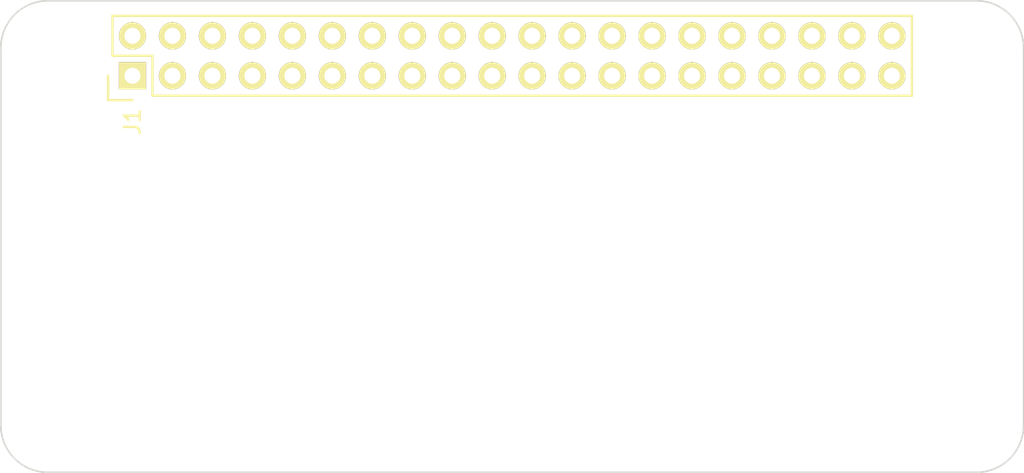
<source format=kicad_pcb>
(kicad_pcb (version 4) (host pcbnew 4.0.4-1.fc25-product)

  (general
    (links 0)
    (no_connects 0)
    (area 86.999999 68.299999 152.100001 98.400001)
    (thickness 1.6)
    (drawings 9)
    (tracks 0)
    (zones 0)
    (modules 5)
    (nets 41)
  )

  (page USLetter)
  (layers
    (0 F.Cu signal)
    (31 B.Cu signal)
    (32 B.Adhes user)
    (33 F.Adhes user)
    (34 B.Paste user)
    (35 F.Paste user)
    (36 B.SilkS user)
    (37 F.SilkS user)
    (38 B.Mask user)
    (39 F.Mask user)
    (40 Dwgs.User user)
    (41 Cmts.User user)
    (42 Eco1.User user)
    (43 Eco2.User user)
    (44 Edge.Cuts user)
    (45 Margin user)
    (46 B.CrtYd user)
    (47 F.CrtYd user)
    (48 B.Fab user)
    (49 F.Fab user)
  )

  (setup
    (last_trace_width 0.25)
    (user_trace_width 0.01)
    (user_trace_width 0.02)
    (user_trace_width 0.05)
    (user_trace_width 0.1)
    (user_trace_width 0.2)
    (trace_clearance 0.2)
    (zone_clearance 0.508)
    (zone_45_only no)
    (trace_min 0.01)
    (segment_width 0.2)
    (edge_width 0.2)
    (via_size 0.6)
    (via_drill 0.4)
    (via_min_size 0.4)
    (via_min_drill 0.3)
    (uvia_size 0.3)
    (uvia_drill 0.1)
    (uvias_allowed no)
    (uvia_min_size 0.2)
    (uvia_min_drill 0.1)
    (pcb_text_width 0.3)
    (pcb_text_size 1.5 1.5)
    (mod_edge_width 0.15)
    (mod_text_size 1 1)
    (mod_text_width 0.15)
    (pad_size 2.75 2.75)
    (pad_drill 2.75)
    (pad_to_mask_clearance 0)
    (aux_axis_origin 0 0)
    (visible_elements 7FFFFFFF)
    (pcbplotparams
      (layerselection 0x00030_80000001)
      (usegerberextensions false)
      (excludeedgelayer true)
      (linewidth 0.100000)
      (plotframeref false)
      (viasonmask false)
      (mode 1)
      (useauxorigin false)
      (hpglpennumber 1)
      (hpglpenspeed 20)
      (hpglpendiameter 15)
      (hpglpenoverlay 2)
      (psnegative false)
      (psa4output false)
      (plotreference true)
      (plotvalue true)
      (plotinvisibletext false)
      (padsonsilk false)
      (subtractmaskfromsilk false)
      (outputformat 1)
      (mirror false)
      (drillshape 0)
      (scaleselection 1)
      (outputdirectory meta/))
  )

  (net 0 "")
  (net 1 "Net-(J1-Pad34)")
  (net 2 "Net-(J1-Pad36)")
  (net 3 "Net-(J1-Pad40)")
  (net 4 "Net-(J1-Pad38)")
  (net 5 "Net-(J1-Pad18)")
  (net 6 "Net-(J1-Pad20)")
  (net 7 "Net-(J1-Pad24)")
  (net 8 "Net-(J1-Pad22)")
  (net 9 "Net-(J1-Pad30)")
  (net 10 "Net-(J1-Pad32)")
  (net 11 "Net-(J1-Pad28)")
  (net 12 "Net-(J1-Pad26)")
  (net 13 "Net-(J1-Pad10)")
  (net 14 "Net-(J1-Pad12)")
  (net 15 "Net-(J1-Pad16)")
  (net 16 "Net-(J1-Pad14)")
  (net 17 "Net-(J1-Pad6)")
  (net 18 "Net-(J1-Pad8)")
  (net 19 "Net-(J1-Pad4)")
  (net 20 "Net-(J1-Pad2)")
  (net 21 "Net-(J1-Pad39)")
  (net 22 "Net-(J1-Pad37)")
  (net 23 "Net-(J1-Pad33)")
  (net 24 "Net-(J1-Pad35)")
  (net 25 "Net-(J1-Pad27)")
  (net 26 "Net-(J1-Pad25)")
  (net 27 "Net-(J1-Pad29)")
  (net 28 "Net-(J1-Pad31)")
  (net 29 "Net-(J1-Pad23)")
  (net 30 "Net-(J1-Pad21)")
  (net 31 "Net-(J1-Pad17)")
  (net 32 "Net-(J1-Pad19)")
  (net 33 "Net-(J1-Pad3)")
  (net 34 "Net-(J1-Pad1)")
  (net 35 "Net-(J1-Pad5)")
  (net 36 "Net-(J1-Pad7)")
  (net 37 "Net-(J1-Pad15)")
  (net 38 "Net-(J1-Pad13)")
  (net 39 "Net-(J1-Pad9)")
  (net 40 "Net-(J1-Pad11)")

  (net_class Default "This is the default net class."
    (clearance 0.2)
    (trace_width 0.25)
    (via_dia 0.6)
    (via_drill 0.4)
    (uvia_dia 0.3)
    (uvia_drill 0.1)
    (add_net "Net-(J1-Pad1)")
    (add_net "Net-(J1-Pad10)")
    (add_net "Net-(J1-Pad11)")
    (add_net "Net-(J1-Pad12)")
    (add_net "Net-(J1-Pad13)")
    (add_net "Net-(J1-Pad14)")
    (add_net "Net-(J1-Pad15)")
    (add_net "Net-(J1-Pad16)")
    (add_net "Net-(J1-Pad17)")
    (add_net "Net-(J1-Pad18)")
    (add_net "Net-(J1-Pad19)")
    (add_net "Net-(J1-Pad2)")
    (add_net "Net-(J1-Pad20)")
    (add_net "Net-(J1-Pad21)")
    (add_net "Net-(J1-Pad22)")
    (add_net "Net-(J1-Pad23)")
    (add_net "Net-(J1-Pad24)")
    (add_net "Net-(J1-Pad25)")
    (add_net "Net-(J1-Pad26)")
    (add_net "Net-(J1-Pad27)")
    (add_net "Net-(J1-Pad28)")
    (add_net "Net-(J1-Pad29)")
    (add_net "Net-(J1-Pad3)")
    (add_net "Net-(J1-Pad30)")
    (add_net "Net-(J1-Pad31)")
    (add_net "Net-(J1-Pad32)")
    (add_net "Net-(J1-Pad33)")
    (add_net "Net-(J1-Pad34)")
    (add_net "Net-(J1-Pad35)")
    (add_net "Net-(J1-Pad36)")
    (add_net "Net-(J1-Pad37)")
    (add_net "Net-(J1-Pad38)")
    (add_net "Net-(J1-Pad39)")
    (add_net "Net-(J1-Pad4)")
    (add_net "Net-(J1-Pad40)")
    (add_net "Net-(J1-Pad5)")
    (add_net "Net-(J1-Pad6)")
    (add_net "Net-(J1-Pad7)")
    (add_net "Net-(J1-Pad8)")
    (add_net "Net-(J1-Pad9)")
  )

  (module RPi_Hat:Pin_Header_Straight_2x20 locked (layer F.Cu) (tedit 588821EE) (tstamp 5516AEA0)
    (at 119.55 71.85 90)
    (descr "Through hole pin header")
    (tags "pin header")
    (path /5515D395/5516AE26)
    (fp_text reference J1 (at -4.191 -24.13 270) (layer F.SilkS)
      (effects (font (size 1 1) (thickness 0.15)))
    )
    (fp_text value RPi_GPIO (at -1.27 -27.23 90) (layer F.Fab) hide
      (effects (font (size 1 1) (thickness 0.15)))
    )
    (fp_line (start -3.02 -25.88) (end -3.02 25.92) (layer F.CrtYd) (width 0.05))
    (fp_line (start 3.03 -25.88) (end 3.03 25.92) (layer F.CrtYd) (width 0.05))
    (fp_line (start -3.02 -25.88) (end 3.03 -25.88) (layer F.CrtYd) (width 0.05))
    (fp_line (start -3.02 25.92) (end 3.03 25.92) (layer F.CrtYd) (width 0.05))
    (fp_line (start 2.54 25.4) (end 2.54 -25.4) (layer F.SilkS) (width 0.15))
    (fp_line (start -2.54 -22.86) (end -2.54 25.4) (layer F.SilkS) (width 0.15))
    (fp_line (start 2.54 25.4) (end -2.54 25.4) (layer F.SilkS) (width 0.15))
    (fp_line (start 2.54 -25.4) (end 0 -25.4) (layer F.SilkS) (width 0.15))
    (fp_line (start -1.27 -25.68) (end -2.82 -25.68) (layer F.SilkS) (width 0.15))
    (fp_line (start 0 -25.4) (end 0 -22.86) (layer F.SilkS) (width 0.15))
    (fp_line (start 0 -22.86) (end -2.54 -22.86) (layer F.SilkS) (width 0.15))
    (fp_line (start -2.82 -25.68) (end -2.82 -24.13) (layer F.SilkS) (width 0.15))
    (pad 1 thru_hole rect (at -1.27 -24.13 90) (size 1.7272 1.7272) (drill 1.016) (layers *.Cu *.Mask F.SilkS)
      (net 34 "Net-(J1-Pad1)"))
    (pad 2 thru_hole oval (at 1.27 -24.13 90) (size 1.7272 1.7272) (drill 1.016) (layers *.Cu *.Mask F.SilkS)
      (net 20 "Net-(J1-Pad2)"))
    (pad 3 thru_hole oval (at -1.27 -21.59 90) (size 1.7272 1.7272) (drill 1.016) (layers *.Cu *.Mask F.SilkS)
      (net 33 "Net-(J1-Pad3)"))
    (pad 4 thru_hole oval (at 1.27 -21.59 90) (size 1.7272 1.7272) (drill 1.016) (layers *.Cu *.Mask F.SilkS)
      (net 19 "Net-(J1-Pad4)"))
    (pad 5 thru_hole oval (at -1.27 -19.05 90) (size 1.7272 1.7272) (drill 1.016) (layers *.Cu *.Mask F.SilkS)
      (net 35 "Net-(J1-Pad5)"))
    (pad 6 thru_hole oval (at 1.27 -19.05 90) (size 1.7272 1.7272) (drill 1.016) (layers *.Cu *.Mask F.SilkS)
      (net 17 "Net-(J1-Pad6)"))
    (pad 7 thru_hole oval (at -1.27 -16.51 90) (size 1.7272 1.7272) (drill 1.016) (layers *.Cu *.Mask F.SilkS)
      (net 36 "Net-(J1-Pad7)"))
    (pad 8 thru_hole oval (at 1.27 -16.51 90) (size 1.7272 1.7272) (drill 1.016) (layers *.Cu *.Mask F.SilkS)
      (net 18 "Net-(J1-Pad8)"))
    (pad 9 thru_hole oval (at -1.27 -13.97 90) (size 1.7272 1.7272) (drill 1.016) (layers *.Cu *.Mask F.SilkS)
      (net 39 "Net-(J1-Pad9)"))
    (pad 10 thru_hole oval (at 1.27 -13.97 90) (size 1.7272 1.7272) (drill 1.016) (layers *.Cu *.Mask F.SilkS)
      (net 13 "Net-(J1-Pad10)"))
    (pad 11 thru_hole oval (at -1.27 -11.43 90) (size 1.7272 1.7272) (drill 1.016) (layers *.Cu *.Mask F.SilkS)
      (net 40 "Net-(J1-Pad11)"))
    (pad 12 thru_hole oval (at 1.27 -11.43 90) (size 1.7272 1.7272) (drill 1.016) (layers *.Cu *.Mask F.SilkS)
      (net 14 "Net-(J1-Pad12)"))
    (pad 13 thru_hole oval (at -1.27 -8.89 90) (size 1.7272 1.7272) (drill 1.016) (layers *.Cu *.Mask F.SilkS)
      (net 38 "Net-(J1-Pad13)"))
    (pad 14 thru_hole oval (at 1.27 -8.89 90) (size 1.7272 1.7272) (drill 1.016) (layers *.Cu *.Mask F.SilkS)
      (net 16 "Net-(J1-Pad14)"))
    (pad 15 thru_hole oval (at -1.27 -6.35 90) (size 1.7272 1.7272) (drill 1.016) (layers *.Cu *.Mask F.SilkS)
      (net 37 "Net-(J1-Pad15)"))
    (pad 16 thru_hole oval (at 1.27 -6.35 90) (size 1.7272 1.7272) (drill 1.016) (layers *.Cu *.Mask F.SilkS)
      (net 15 "Net-(J1-Pad16)"))
    (pad 17 thru_hole oval (at -1.27 -3.81 90) (size 1.7272 1.7272) (drill 1.016) (layers *.Cu *.Mask F.SilkS)
      (net 31 "Net-(J1-Pad17)"))
    (pad 18 thru_hole oval (at 1.27 -3.81 90) (size 1.7272 1.7272) (drill 1.016) (layers *.Cu *.Mask F.SilkS)
      (net 5 "Net-(J1-Pad18)"))
    (pad 19 thru_hole oval (at -1.27 -1.27 90) (size 1.7272 1.7272) (drill 1.016) (layers *.Cu *.Mask F.SilkS)
      (net 32 "Net-(J1-Pad19)"))
    (pad 20 thru_hole oval (at 1.27 -1.27 90) (size 1.7272 1.7272) (drill 1.016) (layers *.Cu *.Mask F.SilkS)
      (net 6 "Net-(J1-Pad20)"))
    (pad 21 thru_hole oval (at -1.27 1.27 90) (size 1.7272 1.7272) (drill 1.016) (layers *.Cu *.Mask F.SilkS)
      (net 30 "Net-(J1-Pad21)"))
    (pad 22 thru_hole oval (at 1.27 1.27 90) (size 1.7272 1.7272) (drill 1.016) (layers *.Cu *.Mask F.SilkS)
      (net 8 "Net-(J1-Pad22)"))
    (pad 23 thru_hole oval (at -1.27 3.81 90) (size 1.7272 1.7272) (drill 1.016) (layers *.Cu *.Mask F.SilkS)
      (net 29 "Net-(J1-Pad23)"))
    (pad 24 thru_hole oval (at 1.27 3.81 90) (size 1.7272 1.7272) (drill 1.016) (layers *.Cu *.Mask F.SilkS)
      (net 7 "Net-(J1-Pad24)"))
    (pad 25 thru_hole oval (at -1.27 6.35 90) (size 1.7272 1.7272) (drill 1.016) (layers *.Cu *.Mask F.SilkS)
      (net 26 "Net-(J1-Pad25)"))
    (pad 26 thru_hole oval (at 1.27 6.35 90) (size 1.7272 1.7272) (drill 1.016) (layers *.Cu *.Mask F.SilkS)
      (net 12 "Net-(J1-Pad26)"))
    (pad 27 thru_hole oval (at -1.27 8.89 90) (size 1.7272 1.7272) (drill 1.016) (layers *.Cu *.Mask F.SilkS)
      (net 25 "Net-(J1-Pad27)"))
    (pad 28 thru_hole oval (at 1.27 8.89 90) (size 1.7272 1.7272) (drill 1.016) (layers *.Cu *.Mask F.SilkS)
      (net 11 "Net-(J1-Pad28)"))
    (pad 29 thru_hole oval (at -1.27 11.43 90) (size 1.7272 1.7272) (drill 1.016) (layers *.Cu *.Mask F.SilkS)
      (net 27 "Net-(J1-Pad29)"))
    (pad 30 thru_hole oval (at 1.27 11.43 90) (size 1.7272 1.7272) (drill 1.016) (layers *.Cu *.Mask F.SilkS)
      (net 9 "Net-(J1-Pad30)"))
    (pad 31 thru_hole oval (at -1.27 13.97 90) (size 1.7272 1.7272) (drill 1.016) (layers *.Cu *.Mask F.SilkS)
      (net 28 "Net-(J1-Pad31)"))
    (pad 32 thru_hole oval (at 1.27 13.97 90) (size 1.7272 1.7272) (drill 1.016) (layers *.Cu *.Mask F.SilkS)
      (net 10 "Net-(J1-Pad32)"))
    (pad 33 thru_hole oval (at -1.27 16.51 90) (size 1.7272 1.7272) (drill 1.016) (layers *.Cu *.Mask F.SilkS)
      (net 23 "Net-(J1-Pad33)"))
    (pad 34 thru_hole oval (at 1.27 16.51 90) (size 1.7272 1.7272) (drill 1.016) (layers *.Cu *.Mask F.SilkS)
      (net 1 "Net-(J1-Pad34)"))
    (pad 35 thru_hole oval (at -1.27 19.05 90) (size 1.7272 1.7272) (drill 1.016) (layers *.Cu *.Mask F.SilkS)
      (net 24 "Net-(J1-Pad35)"))
    (pad 36 thru_hole oval (at 1.27 19.05 90) (size 1.7272 1.7272) (drill 1.016) (layers *.Cu *.Mask F.SilkS)
      (net 2 "Net-(J1-Pad36)"))
    (pad 37 thru_hole oval (at -1.27 21.59 90) (size 1.7272 1.7272) (drill 1.016) (layers *.Cu *.Mask F.SilkS)
      (net 22 "Net-(J1-Pad37)"))
    (pad 38 thru_hole oval (at 1.27 21.59 90) (size 1.7272 1.7272) (drill 1.016) (layers *.Cu *.Mask F.SilkS)
      (net 4 "Net-(J1-Pad38)"))
    (pad 39 thru_hole oval (at -1.27 24.13 90) (size 1.7272 1.7272) (drill 1.016) (layers *.Cu *.Mask F.SilkS)
      (net 21 "Net-(J1-Pad39)"))
    (pad 40 thru_hole oval (at 1.27 24.13 90) (size 1.7272 1.7272) (drill 1.016) (layers *.Cu *.Mask F.SilkS)
      (net 3 "Net-(J1-Pad40)"))
    (model Pin_Headers.3dshapes/Pin_Header_Straight_2x20.wrl
      (at (xyz 0 0 0))
      (scale (xyz 1 1 1))
      (rotate (xyz 0 0 90))
    )
  )

  (module RPi_Hat:RPi_Hat_Mounting_Hole locked (layer F.Cu) (tedit 55217C7B) (tstamp 5515DEA9)
    (at 148.55 71.85)
    (descr "Mounting hole, Befestigungsbohrung, 2,7mm, No Annular, Kein Restring,")
    (tags "Mounting hole, Befestigungsbohrung, 2,7mm, No Annular, Kein Restring,")
    (fp_text reference "" (at 0 -4.0005) (layer F.SilkS) hide
      (effects (font (size 1 1) (thickness 0.15)))
    )
    (fp_text value "" (at 0.09906 3.59918) (layer F.Fab) hide
      (effects (font (size 1 1) (thickness 0.15)))
    )
    (fp_circle (center 0 0) (end 1.375 0) (layer F.Fab) (width 0.15))
    (fp_circle (center 0 0) (end 3.1 0) (layer F.Fab) (width 0.15))
    (fp_circle (center 0 0) (end 3.1 0) (layer B.Fab) (width 0.15))
    (fp_circle (center 0 0) (end 1.375 0) (layer B.Fab) (width 0.15))
    (fp_circle (center 0 0) (end 3.1 0) (layer F.CrtYd) (width 0.15))
    (fp_circle (center 0 0) (end 3.1 0) (layer B.CrtYd) (width 0.15))
    (pad "" np_thru_hole circle (at 0 0) (size 2.75 2.75) (drill 2.75) (layers *.Cu *.Mask)
      (solder_mask_margin 1.725) (clearance 1.725))
  )

  (module RPi_Hat:RPi_Hat_Mounting_Hole locked (layer F.Cu) (tedit 55217CCB) (tstamp 55169DC9)
    (at 148.5 94.85)
    (descr "Mounting hole, Befestigungsbohrung, 2,7mm, No Annular, Kein Restring,")
    (tags "Mounting hole, Befestigungsbohrung, 2,7mm, No Annular, Kein Restring,")
    (fp_text reference "" (at 0 -4.0005) (layer F.SilkS) hide
      (effects (font (size 1 1) (thickness 0.15)))
    )
    (fp_text value "" (at 0.09906 3.59918) (layer F.Fab) hide
      (effects (font (size 1 1) (thickness 0.15)))
    )
    (fp_circle (center 0 0) (end 1.375 0) (layer F.Fab) (width 0.15))
    (fp_circle (center 0 0) (end 3.1 0) (layer F.Fab) (width 0.15))
    (fp_circle (center 0 0) (end 3.1 0) (layer B.Fab) (width 0.15))
    (fp_circle (center 0 0) (end 1.375 0) (layer B.Fab) (width 0.15))
    (fp_circle (center 0 0) (end 3.1 0) (layer F.CrtYd) (width 0.15))
    (fp_circle (center 0 0) (end 3.1 0) (layer B.CrtYd) (width 0.15))
    (pad "" np_thru_hole circle (at 0 0) (size 2.75 2.75) (drill 2.75) (layers *.Cu *.Mask)
      (solder_mask_margin 1.725) (clearance 1.725))
  )

  (module RPi_Hat:RPi_Hat_Mounting_Hole locked (layer F.Cu) (tedit 55217CB9) (tstamp 5515DECC)
    (at 90.6 94.8)
    (descr "Mounting hole, Befestigungsbohrung, 2,7mm, No Annular, Kein Restring,")
    (tags "Mounting hole, Befestigungsbohrung, 2,7mm, No Annular, Kein Restring,")
    (fp_text reference "" (at 0 -4.0005) (layer F.SilkS) hide
      (effects (font (size 1 1) (thickness 0.15)))
    )
    (fp_text value "" (at 0.09906 3.59918) (layer F.Fab) hide
      (effects (font (size 1 1) (thickness 0.15)))
    )
    (fp_circle (center 0 0) (end 1.375 0) (layer F.Fab) (width 0.15))
    (fp_circle (center 0 0) (end 3.1 0) (layer F.Fab) (width 0.15))
    (fp_circle (center 0 0) (end 3.1 0) (layer B.Fab) (width 0.15))
    (fp_circle (center 0 0) (end 1.375 0) (layer B.Fab) (width 0.15))
    (fp_circle (center 0 0) (end 3.1 0) (layer F.CrtYd) (width 0.15))
    (fp_circle (center 0 0) (end 3.1 0) (layer B.CrtYd) (width 0.15))
    (pad "" np_thru_hole circle (at 0 0) (size 2.75 2.75) (drill 2.75) (layers *.Cu *.Mask)
      (solder_mask_margin 1.725) (clearance 1.725))
  )

  (module RPi_Hat:RPi_Hat_Mounting_Hole locked (layer F.Cu) (tedit 55217CA2) (tstamp 5515DEBF)
    (at 90.55 71.85)
    (descr "Mounting hole, Befestigungsbohrung, 2,7mm, No Annular, Kein Restring,")
    (tags "Mounting hole, Befestigungsbohrung, 2,7mm, No Annular, Kein Restring,")
    (fp_text reference "" (at 0 -4.0005) (layer F.SilkS) hide
      (effects (font (size 1 1) (thickness 0.15)))
    )
    (fp_text value "" (at 0.09906 3.59918) (layer F.Fab) hide
      (effects (font (size 1 1) (thickness 0.15)))
    )
    (fp_circle (center 0 0) (end 1.375 0) (layer F.Fab) (width 0.15))
    (fp_circle (center 0 0) (end 3.1 0) (layer F.Fab) (width 0.15))
    (fp_circle (center 0 0) (end 3.1 0) (layer B.Fab) (width 0.15))
    (fp_circle (center 0 0) (end 1.375 0) (layer B.Fab) (width 0.15))
    (fp_circle (center 0 0) (end 3.1 0) (layer F.CrtYd) (width 0.15))
    (fp_circle (center 0 0) (end 3.1 0) (layer B.CrtYd) (width 0.15))
    (pad "" np_thru_hole circle (at 0 0) (size 2.75 2.75) (drill 2.75) (layers *.Cu *.Mask)
      (solder_mask_margin 1.725) (clearance 1.725))
  )

  (gr_line (start 152.05 95.35) (end 152.05 71.35) (angle 90) (layer Edge.Cuts) (width 0.1))
  (gr_line (start 87.05 71.35) (end 87.05 95.35) (angle 90) (layer Edge.Cuts) (width 0.1))
  (gr_arc (start 149.05 71.35) (end 149.05 68.35) (angle 90) (layer Edge.Cuts) (width 0.1) (tstamp 5516A74C))
  (gr_line (start 90.05 68.35) (end 149.05 68.35) (angle 90) (layer Edge.Cuts) (width 0.1) (tstamp 5516A726))
  (gr_arc (start 90.05 71.35) (end 87.05 71.35) (angle 90) (layer Edge.Cuts) (width 0.1) (tstamp 5516A6F0))
  (dimension 29 (width 0.15) (layer Dwgs.User)
    (gr_text "29 mm" (at 105.05 79.699999) (layer Dwgs.User) (tstamp 58881D33)
      (effects (font (size 1.5 1.5) (thickness 0.15)))
    )
    (feature1 (pts (xy 119.55 75.85) (xy 119.55 81.049999)))
    (feature2 (pts (xy 90.55 75.85) (xy 90.55 81.049999)))
    (crossbar (pts (xy 90.55 78.349999) (xy 119.55 78.349999)))
    (arrow1a (pts (xy 119.55 78.349999) (xy 118.423496 78.93642)))
    (arrow1b (pts (xy 119.55 78.349999) (xy 118.423496 77.763578)))
    (arrow2a (pts (xy 90.55 78.349999) (xy 91.676504 78.93642)))
    (arrow2b (pts (xy 90.55 78.349999) (xy 91.676504 77.763578)))
  )
  (gr_arc (start 149.05 95.35) (end 152.05 95.35) (angle 90) (layer Edge.Cuts) (width 0.1) (tstamp 55157FFB))
  (gr_arc (start 90.05 95.35) (end 90.05 98.35) (angle 90) (layer Edge.Cuts) (width 0.1) (tstamp 55157FCE))
  (gr_line (start 90.05 98.35) (end 149.05 98.35) (angle 90) (layer Edge.Cuts) (width 0.1))

)

</source>
